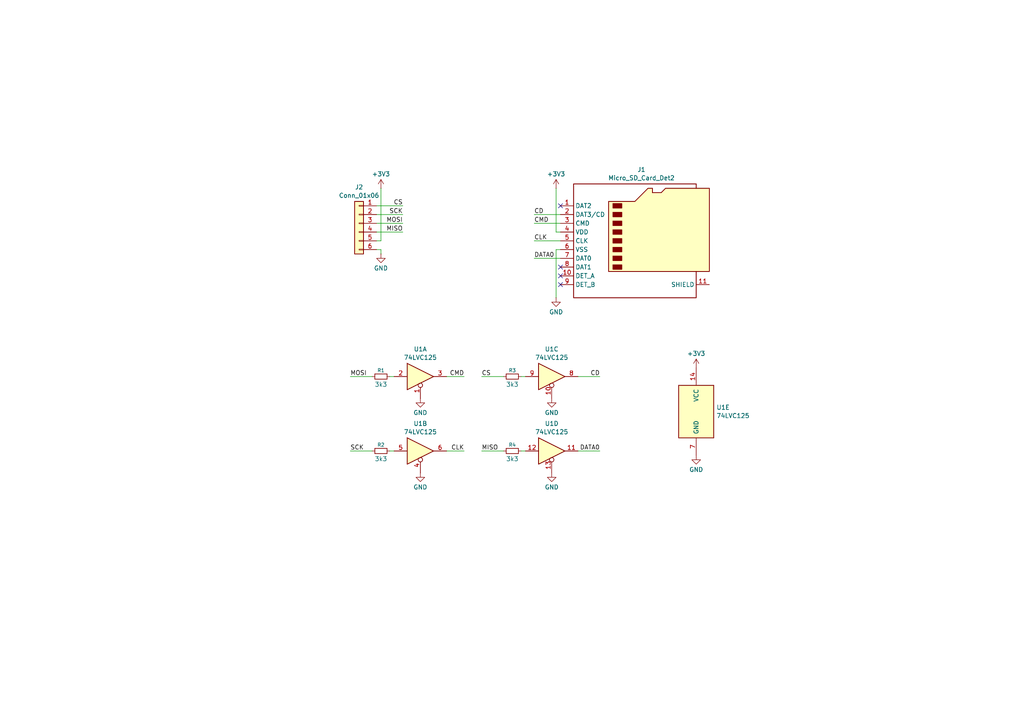
<source format=kicad_sch>
(kicad_sch (version 20250114) (generator "eeschema") (generator_version "9.0")
  (paper "A4")
  (lib_symbols
    (symbol "74xx:74LVC125" (pin_names (offset 1.016))
      (property "Reference" "U" (at 0 1.27 0))
      (property "Value" "74LVC125" (at 0 -1.27 0))
      (symbol "74LVC125_1_0"
        (polyline (pts (xy -3.81 3.81) (xy -3.81 -3.81) (xy 3.81 0) (xy -3.81 3.81)) (stroke (width 0.254)) (fill (type background)))
        (pin input line (at -7.62 0 0) (length 3.81) (name "~") (number "2"))
        (pin input inverted (at 0 -6.35 90) (length 4.445) (name "~") (number "1"))
        (pin tri_state line (at 7.62 0 180) (length 3.81) (name "~") (number "3"))
      )
      (symbol "74LVC125_2_0"
        (polyline (pts (xy -3.81 3.81) (xy -3.81 -3.81) (xy 3.81 0) (xy -3.81 3.81)) (stroke (width 0.254)) (fill (type background)))
        (pin input line (at -7.62 0 0) (length 3.81) (name "~") (number "5"))
        (pin input inverted (at 0 -6.35 90) (length 4.445) (name "~") (number "4"))
        (pin tri_state line (at 7.62 0 180) (length 3.81) (name "~") (number "6"))
      )
      (symbol "74LVC125_3_0"
        (polyline (pts (xy -3.81 3.81) (xy -3.81 -3.81) (xy 3.81 0) (xy -3.81 3.81)) (stroke (width 0.254)) (fill (type background)))
        (pin input line (at -7.62 0 0) (length 3.81) (name "~") (number "9"))
        (pin input inverted (at 0 -6.35 90) (length 4.445) (name "~") (number "10"))
        (pin tri_state line (at 7.62 0 180) (length 3.81) (name "~") (number "8"))
      )
      (symbol "74LVC125_4_0"
        (polyline (pts (xy -3.81 3.81) (xy -3.81 -3.81) (xy 3.81 0) (xy -3.81 3.81)) (stroke (width 0.254)) (fill (type background)))
        (pin input line (at -7.62 0 0) (length 3.81) (name "~") (number "12"))
        (pin input inverted (at 0 -6.35 90) (length 4.445) (name "~") (number "13"))
        (pin tri_state line (at 7.62 0 180) (length 3.81) (name "~") (number "11"))
      )
      (symbol "74LVC125_5_0"
        (pin power_in line (at 0 12.7 270) (length 5.08) (name "VCC") (number "14"))
        (pin power_in line (at 0 -12.7 90) (length 5.08) (name "GND") (number "7"))
      )
      (symbol "74LVC125_5_1"
        (rectangle (start -5.08 7.62) (end 5.08 -7.62) (stroke (width 0.254)) (fill (type background)))
      )
    )
    (symbol "Connector:Micro_SD_Card_Det2"
      (property "Reference" "J" (at -16.51 17.78 0))
      (property "Value" "Micro_SD_Card_Det2" (at 16.51 17.78 0))
      (symbol "Micro_SD_Card_Det2_0_1"
        (polyline (pts (xy -8.89 -8.89) (xy -8.89 11.43) (xy -1.27 11.43) (xy 2.54 15.24) (xy 3.81 15.24) (xy 3.81 13.97) (xy 6.35 13.97) (xy 7.62 15.24) (xy 20.32 15.24) (xy 20.32 -8.89) (xy -8.89 -8.89)) (stroke (width 0.254)) (fill (type background)))
        (rectangle (start -7.62 10.795) (end -5.08 9.525) (stroke (width 0.254)) (fill (type outline)))
        (rectangle (start -7.62 8.255) (end -5.08 6.985) (stroke (width 0.254)) (fill (type outline)))
        (rectangle (start -7.62 5.715) (end -5.08 4.445) (stroke (width 0.254)) (fill (type outline)))
        (rectangle (start -7.62 3.175) (end -5.08 1.905) (stroke (width 0.254)) (fill (type outline)))
        (rectangle (start -7.62 0.635) (end -5.08 -0.635) (stroke (width 0.254)) (fill (type outline)))
        (rectangle (start -7.62 -1.905) (end -5.08 -3.175) (stroke (width 0.254)) (fill (type outline)))
        (rectangle (start -7.62 -4.445) (end -5.08 -5.715) (stroke (width 0.254)) (fill (type outline)))
        (rectangle (start -7.62 -6.985) (end -5.08 -8.255) (stroke (width 0.254)) (fill (type outline)))
        (polyline (pts (xy 16.51 15.24) (xy 16.51 16.51) (xy -19.05 16.51) (xy -19.05 -16.51) (xy 16.51 -16.51) (xy 16.51 -8.89)) (stroke (width 0.254)))
      )
      (symbol "Micro_SD_Card_Det2_1_1"
        (pin bidirectional line (at -22.86 10.16 0) (length 3.81) (name "DAT2") (number "1"))
        (pin bidirectional line (at -22.86 7.62 0) (length 3.81) (name "DAT3/CD") (number "2"))
        (pin input line (at -22.86 5.08 0) (length 3.81) (name "CMD") (number "3"))
        (pin power_in line (at -22.86 2.54 0) (length 3.81) (name "VDD") (number "4"))
        (pin input line (at -22.86 0 0) (length 3.81) (name "CLK") (number "5"))
        (pin power_in line (at -22.86 -2.54 0) (length 3.81) (name "VSS") (number "6"))
        (pin bidirectional line (at -22.86 -5.08 0) (length 3.81) (name "DAT0") (number "7"))
        (pin bidirectional line (at -22.86 -7.62 0) (length 3.81) (name "DAT1") (number "8"))
        (pin passive line (at -22.86 -10.16 0) (length 3.81) (name "DET_A") (number "10"))
        (pin passive line (at -22.86 -12.7 0) (length 3.81) (name "DET_B") (number "9"))
        (pin passive line (at 20.32 -12.7 180) (length 3.81) (name "SHIELD") (number "11"))
      )
    )
    (symbol "Connector_Generic:Conn_01x06" (pin_names (offset 1.016) (hide yes))
      (property "Reference" "J" (at 0 7.62 0))
      (property "Value" "Conn_01x06" (at 0 -10.16 0))
      (symbol "Conn_01x06_1_1"
        (rectangle (start -1.27 6.35) (end 1.27 -8.89) (stroke (width 0.254)) (fill (type background)))
        (rectangle (start -1.27 5.207) (end 0 4.953) (stroke (width 0.1524)))
        (rectangle (start -1.27 2.667) (end 0 2.413) (stroke (width 0.1524)))
        (rectangle (start -1.27 0.127) (end 0 -0.127) (stroke (width 0.1524)))
        (rectangle (start -1.27 -2.413) (end 0 -2.667) (stroke (width 0.1524)))
        (rectangle (start -1.27 -4.953) (end 0 -5.207) (stroke (width 0.1524)))
        (rectangle (start -1.27 -7.493) (end 0 -7.747) (stroke (width 0.1524)))
        (pin passive line (at -5.08 5.08 0) (length 3.81) (name "Pin_1") (number "1"))
        (pin passive line (at -5.08 2.54 0) (length 3.81) (name "Pin_2") (number "2"))
        (pin passive line (at -5.08 0 0) (length 3.81) (name "Pin_3") (number "3"))
        (pin passive line (at -5.08 -2.54 0) (length 3.81) (name "Pin_4") (number "4"))
        (pin passive line (at -5.08 -5.08 0) (length 3.81) (name "Pin_5") (number "5"))
        (pin passive line (at -5.08 -7.62 0) (length 3.81) (name "Pin_6") (number "6"))
      )
    )
    (symbol "Device:R_Small" (pin_numbers (hide yes)) (pin_names (offset 0.254) (hide yes))
      (property "Reference" "R" (at 0 0 90))
      (property "Value" "R_Small" (at 1.778 0 90))
      (symbol "R_Small_0_1"
        (rectangle (start -0.762 1.778) (end 0.762 -1.778) (stroke (width 0.2032)))
      )
      (symbol "R_Small_1_1"
        (pin passive line (at 0 2.54 270) (length 0.762) (name "~") (number "1"))
        (pin passive line (at 0 -2.54 90) (length 0.762) (name "~") (number "2"))
      )
    )
    (symbol "power:+3V3" (power) (pin_numbers (hide yes)) (pin_names (offset 0) (hide yes))
      (property "Value" "+3V3" (at 0 3.556 0))
      (symbol "+3V3_0_1"
        (polyline (pts (xy -0.762 1.27) (xy 0 2.54)))
        (polyline (pts (xy 0 2.54) (xy 0.762 1.27)))
        (polyline (pts (xy 0 0) (xy 0 2.54)))
      )
      (symbol "+3V3_1_1"
        (pin power_in line (at 0 0 90) (length 0) (name "~") (number "1"))
      )
    )
    (symbol "power:GND" (power) (pin_numbers (hide yes)) (pin_names (offset 0) (hide yes))
      (property "Value" "GND" (at 0 -3.81 0))
      (symbol "GND_0_1"
        (polyline (pts (xy 0 0) (xy 0 -1.27) (xy 1.27 -1.27) (xy 0 -2.54) (xy -1.27 -1.27) (xy 0 -1.27)))
      )
      (symbol "GND_1_1"
        (pin power_in line (at 0 0 270) (length 0) (name "~") (number "1"))
      )
    )
  )
  (no_connect (at 162.56 82.55))
  (no_connect (at 162.56 77.47))
  (no_connect (at 162.56 80.01))
  (no_connect (at 162.56 59.69))
  (wire (pts (xy 161.29 67.31) (xy 162.56 67.31)))
  (wire (pts (xy 161.29 54.61) (xy 161.29 67.31)))
  (wire (pts (xy 109.22 62.23) (xy 116.84 62.23)))
  (wire (pts (xy 129.54 130.81) (xy 134.62 130.81)))
  (wire (pts (xy 134.62 109.22) (xy 129.54 109.22)))
  (wire (pts (xy 151.13 109.22) (xy 152.4 109.22)))
  (wire (pts (xy 154.94 62.23) (xy 162.56 62.23)))
  (wire (pts (xy 109.22 69.85) (xy 110.49 69.85)))
  (wire (pts (xy 113.03 130.81) (xy 114.3 130.81)))
  (wire (pts (xy 101.6 130.81) (xy 107.95 130.81)))
  (wire (pts (xy 109.22 64.77) (xy 116.84 64.77)))
  (wire (pts (xy 110.49 72.39) (xy 110.49 73.66)))
  (wire (pts (xy 167.64 109.22) (xy 173.99 109.22)))
  (wire (pts (xy 101.6 109.22) (xy 107.95 109.22)))
  (wire (pts (xy 139.7 130.81) (xy 146.05 130.81)))
  (wire (pts (xy 110.49 54.61) (xy 110.49 69.85)))
  (wire (pts (xy 161.29 72.39) (xy 161.29 86.36)))
  (wire (pts (xy 109.22 67.31) (xy 116.84 67.31)))
  (wire (pts (xy 154.94 64.77) (xy 162.56 64.77)))
  (wire (pts (xy 154.94 74.93) (xy 162.56 74.93)))
  (wire (pts (xy 109.22 59.69) (xy 116.84 59.69)))
  (wire (pts (xy 154.94 69.85) (xy 162.56 69.85)))
  (wire (pts (xy 151.13 130.81) (xy 152.4 130.81)))
  (wire (pts (xy 109.22 72.39) (xy 110.49 72.39)))
  (wire (pts (xy 139.7 109.22) (xy 146.05 109.22)))
  (wire (pts (xy 113.03 109.22) (xy 114.3 109.22)))
  (wire (pts (xy 162.56 72.39) (xy 161.29 72.39)))
  (wire (pts (xy 167.64 130.81) (xy 173.99 130.81)))
  (label "CMD" (at 154.94 64.77 0))
  (label "MISO" (at 139.7 130.81 0))
  (label "MOSI" (at 101.6 109.22 0))
  (label "DATA0" (at 173.99 130.81 180))
  (label "CS" (at 116.84 59.69 180))
  (label "CLK" (at 134.62 130.81 180))
  (label "DATA0" (at 154.94 74.93 0))
  (label "CD" (at 154.94 62.23 0))
  (label "CMD" (at 134.62 109.22 180))
  (label "CS" (at 139.7 109.22 0))
  (label "CD" (at 173.99 109.22 180))
  (label "CLK" (at 154.94 69.85 0))
  (label "SCK" (at 101.6 130.81 0))
  (label "MISO" (at 116.84 67.31 180))
  (label "MOSI" (at 116.84 64.77 180))
  (label "SCK" (at 116.84 62.23 180))
  (symbol (lib_id "power:GND") (at 160.02 137.16 0) (unit 1)
    (property "Reference" "#PWR04" (effects (hide yes)))
    (property "Value" "GND" (at 160.02 141.2931 0))
    (property "Description" "Power symbol creates a global label with name \"GND\" , ground" (effects (hide yes)))
  )
  (symbol (lib_id "74xx:74LVC125") (at 160.02 109.22 0) (unit 3)
    (property "Reference" "U1" (at 160.02 101.2655 0))
    (property "Value" "74LVC125" (at 160.02 103.6898 0))
    (property "Datasheet" "http://www.ti.com/lit/gpn/sn74LVC125" (effects (hide yes)))
    (property "Description" "Quad buffer 3-State outputs" (effects (hide yes)))
  )
  (symbol (lib_id "power:GND") (at 121.92 137.16 0) (unit 1)
    (property "Reference" "#PWR01" (effects (hide yes)))
    (property "Value" "GND" (at 121.92 141.2931 0))
    (property "Description" "Power symbol creates a global label with name \"GND\" , ground" (effects (hide yes)))
  )
  (symbol (lib_id "Device:R_Small") (at 110.49 130.81 90) (unit 1)
    (property "Reference" "R2" (at 110.49 129.032 90) (effects (font (size 1.016 1.016))))
    (property "Value" "3k3" (at 110.49 133.096 90))
    (property "Description" "Resistor, small symbol" (effects (hide yes)))
  )
  (symbol (lib_id "power:+3V3") (at 201.93 106.68 0) (unit 1)
    (property "Reference" "#PWR06" (effects (hide yes)))
    (property "Value" "+3V3" (at 201.93 102.5469 0))
    (property "Description" "Power symbol creates a global label with name \"+3V3\"" (effects (hide yes)))
  )
  (symbol (lib_id "Connector_Generic:Conn_01x06") (at 104.14 64.77 0) (mirror y) (unit 1)
    (property "Reference" "J2" (at 104.14 54.2755 0))
    (property "Value" "Conn_01x06" (at 104.14 56.6998 0))
    (property "Description" "Generic connector, single row, 01x06, script generated (kicad-library-utils/schlib/autogen/connector/)" (effects (hide yes)))
  )
  (symbol (lib_id "power:GND") (at 201.93 132.08 0) (unit 1)
    (property "Reference" "#PWR05" (effects (hide yes)))
    (property "Value" "GND" (at 201.93 136.2131 0))
    (property "Description" "Power symbol creates a global label with name \"GND\" , ground" (effects (hide yes)))
  )
  (symbol (lib_id "power:GND") (at 121.92 115.57 0) (unit 1)
    (property "Reference" "#PWR02" (effects (hide yes)))
    (property "Value" "GND" (at 121.92 119.7031 0))
    (property "Description" "Power symbol creates a global label with name \"GND\" , ground" (effects (hide yes)))
  )
  (symbol (lib_id "74xx:74LVC125") (at 121.92 130.81 0) (unit 2)
    (property "Reference" "U1" (at 121.92 122.8555 0))
    (property "Value" "74LVC125" (at 121.92 125.2798 0))
    (property "Datasheet" "http://www.ti.com/lit/gpn/sn74LVC125" (effects (hide yes)))
    (property "Description" "Quad buffer 3-State outputs" (effects (hide yes)))
  )
  (symbol (lib_id "74xx:74LVC125") (at 160.02 130.81 0) (unit 4)
    (property "Reference" "U1" (at 160.02 122.8555 0))
    (property "Value" "74LVC125" (at 160.02 125.2798 0))
    (property "Datasheet" "http://www.ti.com/lit/gpn/sn74LVC125" (effects (hide yes)))
    (property "Description" "Quad buffer 3-State outputs" (effects (hide yes)))
  )
  (symbol (lib_id "Device:R_Small") (at 110.49 109.22 90) (unit 1)
    (property "Reference" "R1" (at 110.49 107.442 90) (effects (font (size 1.016 1.016))))
    (property "Value" "3k3" (at 110.49 111.506 90))
    (property "Description" "Resistor, small symbol" (effects (hide yes)))
  )
  (symbol (lib_id "74xx:74LVC125") (at 201.93 119.38 0) (unit 5)
    (property "Reference" "U1" (at 207.772 118.1678 0) (effects (justify left)))
    (property "Value" "74LVC125" (at 207.772 120.5921 0) (effects (justify left)))
    (property "Datasheet" "http://www.ti.com/lit/gpn/sn74LVC125" (effects (hide yes)))
    (property "Description" "Quad buffer 3-State outputs" (effects (hide yes)))
  )
  (symbol (lib_id "power:GND") (at 110.49 73.66 0) (unit 1)
    (property "Reference" "#PWR010" (effects (hide yes)))
    (property "Value" "GND" (at 110.49 77.7931 0))
    (property "Description" "Power symbol creates a global label with name \"GND\" , ground" (effects (hide yes)))
  )
  (symbol (lib_id "power:GND") (at 160.02 115.57 0) (unit 1)
    (property "Reference" "#PWR03" (effects (hide yes)))
    (property "Value" "GND" (at 160.02 119.7031 0))
    (property "Description" "Power symbol creates a global label with name \"GND\" , ground" (effects (hide yes)))
  )
  (symbol (lib_id "74xx:74LVC125") (at 121.92 109.22 0) (unit 1)
    (property "Reference" "U1" (at 121.92 101.2655 0))
    (property "Value" "74LVC125" (at 121.92 103.6898 0))
    (property "Datasheet" "http://www.ti.com/lit/gpn/sn74LVC125" (effects (hide yes)))
    (property "Description" "Quad buffer 3-State outputs" (effects (hide yes)))
  )
  (symbol (lib_id "Connector:Micro_SD_Card_Det2") (at 185.42 69.85 0) (unit 1)
    (property "Reference" "J1" (at 186.055 49.1955 0))
    (property "Value" "Micro_SD_Card_Det2" (at 186.055 51.6198 0))
    (property "Datasheet" "https://www.hirose.com/en/product/document?clcode=&productname=&series=DM3&documenttype=Catalog&lang=en&documentid=D49662_en" (effects (hide yes)))
    (property "Description" "Micro SD Card Socket with two card detection pins" (effects (hide yes)))
  )
  (symbol (lib_id "power:+3V3") (at 110.49 54.61 0) (unit 1)
    (property "Reference" "#PWR09" (effects (hide yes)))
    (property "Value" "+3V3" (at 110.49 50.4769 0))
    (property "Description" "Power symbol creates a global label with name \"+3V3\"" (effects (hide yes)))
  )
  (symbol (lib_id "Device:R_Small") (at 148.59 109.22 90) (unit 1)
    (property "Reference" "R3" (at 148.59 107.442 90) (effects (font (size 1.016 1.016))))
    (property "Value" "3k3" (at 148.59 111.506 90))
    (property "Description" "Resistor, small symbol" (effects (hide yes)))
  )
  (symbol (lib_id "power:GND") (at 161.29 86.36 0) (unit 1)
    (property "Reference" "#PWR08" (effects (hide yes)))
    (property "Value" "GND" (at 161.29 90.4931 0))
    (property "Description" "Power symbol creates a global label with name \"GND\" , ground" (effects (hide yes)))
  )
  (symbol (lib_id "power:+3V3") (at 161.29 54.61 0) (unit 1)
    (property "Reference" "#PWR07" (effects (hide yes)))
    (property "Value" "+3V3" (at 161.29 50.4769 0))
    (property "Description" "Power symbol creates a global label with name \"+3V3\"" (effects (hide yes)))
  )
  (symbol (lib_id "Device:R_Small") (at 148.59 130.81 90) (unit 1)
    (property "Reference" "R4" (at 148.59 129.032 90) (effects (font (size 1.016 1.016))))
    (property "Value" "3k3" (at 148.59 133.096 90))
    (property "Description" "Resistor, small symbol" (effects (hide yes)))
  )
)
</source>
